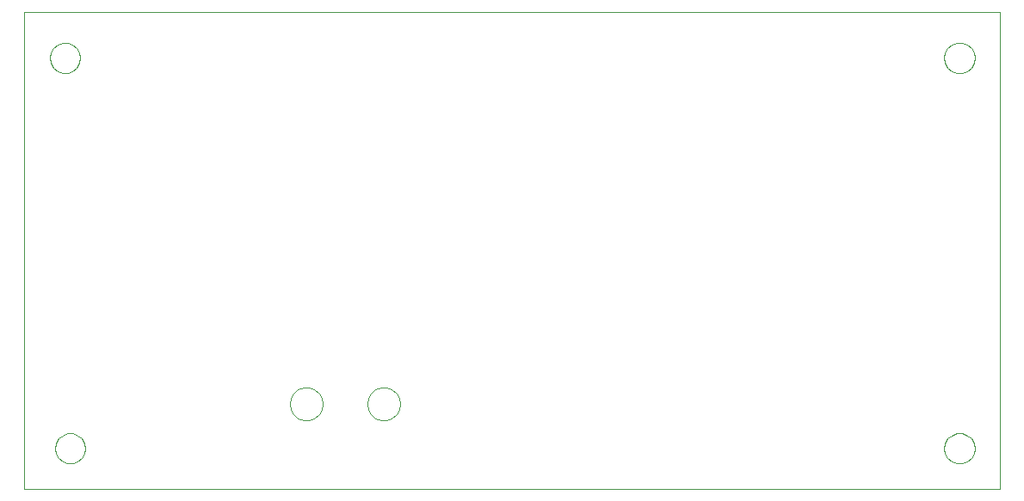
<source format=gbr>
G75*
G70*
%OFA0B0*%
%FSLAX24Y24*%
%IPPOS*%
%LPD*%
%AMOC8*
5,1,8,0,0,1.08239X$1,22.5*
%
%ADD10C,0.0000*%
D10*
X003715Y001958D02*
X003715Y020462D01*
X041511Y020462D01*
X041511Y001958D01*
X003715Y001958D01*
X004896Y003533D02*
X004932Y003735D01*
X005034Y003913D01*
X005191Y004045D01*
X005384Y004115D01*
X005590Y004115D01*
X005782Y004045D01*
X005940Y003913D01*
X006042Y003735D01*
X006078Y003533D01*
X006042Y003331D01*
X005940Y003153D01*
X005783Y003021D01*
X005590Y002951D01*
X005384Y002951D01*
X005191Y003021D01*
X005034Y003153D01*
X004932Y003331D01*
X004896Y003533D01*
X013991Y005263D02*
X014030Y005482D01*
X014141Y005674D01*
X014311Y005817D01*
X014520Y005893D01*
X014742Y005893D01*
X014951Y005817D01*
X015121Y005674D01*
X015232Y005482D01*
X015271Y005263D01*
X015232Y005044D01*
X015121Y004852D01*
X014951Y004709D01*
X014742Y004633D01*
X014520Y004633D01*
X014311Y004709D01*
X014141Y004852D01*
X014030Y005044D01*
X013991Y005263D01*
X016991Y005263D02*
X017030Y005482D01*
X017141Y005674D01*
X017311Y005817D01*
X017520Y005893D01*
X017742Y005893D01*
X017951Y005817D01*
X018121Y005674D01*
X018232Y005482D01*
X018271Y005263D01*
X018232Y005044D01*
X018121Y004852D01*
X017951Y004709D01*
X017742Y004633D01*
X017520Y004633D01*
X017311Y004709D01*
X017141Y004852D01*
X017030Y005044D01*
X016991Y005263D01*
X039345Y003533D02*
X039381Y003735D01*
X039483Y003913D01*
X039640Y004045D01*
X039833Y004115D01*
X040039Y004115D01*
X040231Y004045D01*
X040389Y003913D01*
X040491Y003735D01*
X040527Y003533D01*
X040491Y003331D01*
X040389Y003153D01*
X040232Y003021D01*
X040039Y002951D01*
X039833Y002951D01*
X039640Y003021D01*
X039483Y003153D01*
X039381Y003331D01*
X039345Y003533D01*
X039345Y018690D02*
X039381Y018892D01*
X039483Y019070D01*
X039640Y019202D01*
X039833Y019272D01*
X040039Y019272D01*
X040231Y019202D01*
X040389Y019070D01*
X040491Y018892D01*
X040527Y018690D01*
X040491Y018488D01*
X040389Y018310D01*
X040232Y018178D01*
X040039Y018108D01*
X039833Y018108D01*
X039640Y018178D01*
X039483Y018310D01*
X039381Y018488D01*
X039345Y018690D01*
X004699Y018690D02*
X004735Y018892D01*
X004837Y019070D01*
X004994Y019202D01*
X005187Y019272D01*
X005393Y019272D01*
X005585Y019202D01*
X005743Y019070D01*
X005845Y018892D01*
X005881Y018690D01*
X005845Y018488D01*
X005743Y018310D01*
X005586Y018178D01*
X005393Y018108D01*
X005187Y018108D01*
X004994Y018178D01*
X004837Y018310D01*
X004735Y018488D01*
X004699Y018690D01*
M02*

</source>
